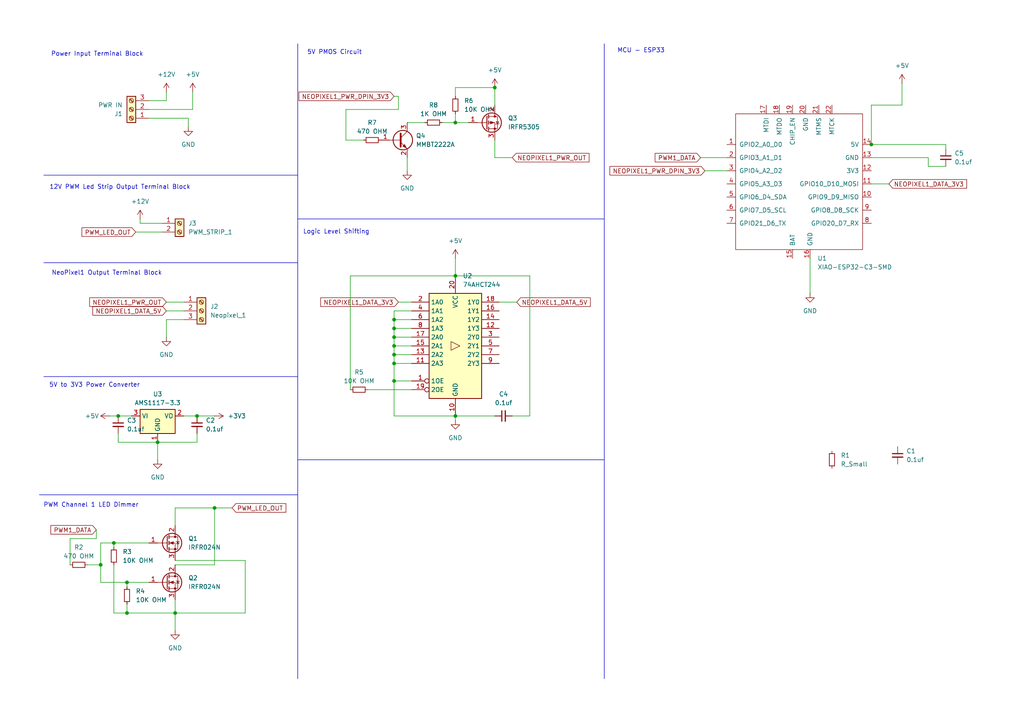
<source format=kicad_sch>
(kicad_sch (version 20250114) (generator "eeschema") (generator_version "9.0")
  (paper "A4")
  (lib_symbols
    (symbol "74xx:74AHCT244"
      (property "Reference" "U" (at -7.62 16.51 0))
      (property "Value" "74AHCT244" (at -7.62 -16.51 0))
      (symbol "74AHCT244_1_0"
        (polyline (pts (xy 1.27 0) (xy -1.27 1.27) (xy -1.27 -1.27) (xy 1.27 0)) (stroke (width 0.1524)))
        (pin input line (at -12.7 12.7 0) (length 5.08) (name "1A0") (number "2"))
        (pin input line (at -12.7 10.16 0) (length 5.08) (name "1A1") (number "4"))
        (pin input line (at -12.7 7.62 0) (length 5.08) (name "1A2") (number "6"))
        (pin input line (at -12.7 5.08 0) (length 5.08) (name "1A3") (number "8"))
        (pin input line (at -12.7 2.54 0) (length 5.08) (name "2A0") (number "17"))
        (pin input line (at -12.7 0 0) (length 5.08) (name "2A1") (number "15"))
        (pin input line (at -12.7 -2.54 0) (length 5.08) (name "2A2") (number "13"))
        (pin input line (at -12.7 -5.08 0) (length 5.08) (name "2A3") (number "11"))
        (pin input inverted (at -12.7 -10.16 0) (length 5.08) (name "1OE") (number "1"))
        (pin input inverted (at -12.7 -12.7 0) (length 5.08) (name "2OE") (number "19"))
        (pin power_in line (at 0 20.32 270) (length 5.08) (name "VCC") (number "20"))
        (pin power_in line (at 0 -20.32 90) (length 5.08) (name "GND") (number "10"))
        (pin tri_state line (at 12.7 12.7 180) (length 5.08) (name "1Y0") (number "18"))
        (pin tri_state line (at 12.7 10.16 180) (length 5.08) (name "1Y1") (number "16"))
        (pin tri_state line (at 12.7 7.62 180) (length 5.08) (name "1Y2") (number "14"))
        (pin tri_state line (at 12.7 5.08 180) (length 5.08) (name "1Y3") (number "12"))
        (pin tri_state line (at 12.7 2.54 180) (length 5.08) (name "2Y0") (number "3"))
        (pin tri_state line (at 12.7 0 180) (length 5.08) (name "2Y1") (number "5"))
        (pin tri_state line (at 12.7 -2.54 180) (length 5.08) (name "2Y2") (number "7"))
        (pin tri_state line (at 12.7 -5.08 180) (length 5.08) (name "2Y3") (number "9"))
      )
      (symbol "74AHCT244_1_1"
        (rectangle (start -7.62 15.24) (end 7.62 -15.24) (stroke (width 0.254)) (fill (type background)))
      )
    )
    (symbol "Connector:Screw_Terminal_01x02" (pin_names (offset 1.016) (hide yes))
      (property "Reference" "J" (at 0 2.54 0))
      (property "Value" "Screw_Terminal_01x02" (at 0 -5.08 0))
      (symbol "Screw_Terminal_01x02_1_1"
        (rectangle (start -1.27 1.27) (end 1.27 -3.81) (stroke (width 0.254)) (fill (type background)))
        (polyline (pts (xy -0.5334 0.3302) (xy 0.3302 -0.508)) (stroke (width 0.1524)))
        (polyline (pts (xy -0.5334 -2.2098) (xy 0.3302 -3.048)) (stroke (width 0.1524)))
        (polyline (pts (xy -0.3556 0.508) (xy 0.508 -0.3302)) (stroke (width 0.1524)))
        (polyline (pts (xy -0.3556 -2.032) (xy 0.508 -2.8702)) (stroke (width 0.1524)))
        (circle (center 0 0) (radius 0.635) (stroke (width 0.1524)))
        (circle (center 0 -2.54) (radius 0.635) (stroke (width 0.1524)))
        (pin passive line (at -5.08 0 0) (length 3.81) (name "Pin_1") (number "1"))
        (pin passive line (at -5.08 -2.54 0) (length 3.81) (name "Pin_2") (number "2"))
      )
    )
    (symbol "Connector:Screw_Terminal_01x03" (pin_names (offset 1.016) (hide yes))
      (property "Reference" "J" (at 0 5.08 0))
      (property "Value" "Screw_Terminal_01x03" (at 0 -5.08 0))
      (symbol "Screw_Terminal_01x03_1_1"
        (rectangle (start -1.27 3.81) (end 1.27 -3.81) (stroke (width 0.254)) (fill (type background)))
        (polyline (pts (xy -0.5334 2.8702) (xy 0.3302 2.032)) (stroke (width 0.1524)))
        (polyline (pts (xy -0.5334 0.3302) (xy 0.3302 -0.508)) (stroke (width 0.1524)))
        (polyline (pts (xy -0.5334 -2.2098) (xy 0.3302 -3.048)) (stroke (width 0.1524)))
        (polyline (pts (xy -0.3556 3.048) (xy 0.508 2.2098)) (stroke (width 0.1524)))
        (polyline (pts (xy -0.3556 0.508) (xy 0.508 -0.3302)) (stroke (width 0.1524)))
        (polyline (pts (xy -0.3556 -2.032) (xy 0.508 -2.8702)) (stroke (width 0.1524)))
        (circle (center 0 2.54) (radius 0.635) (stroke (width 0.1524)))
        (circle (center 0 0) (radius 0.635) (stroke (width 0.1524)))
        (circle (center 0 -2.54) (radius 0.635) (stroke (width 0.1524)))
        (pin passive line (at -5.08 2.54 0) (length 3.81) (name "Pin_1") (number "1"))
        (pin passive line (at -5.08 0 0) (length 3.81) (name "Pin_2") (number "2"))
        (pin passive line (at -5.08 -2.54 0) (length 3.81) (name "Pin_3") (number "3"))
      )
    )
    (symbol "Device:C_Small" (pin_numbers (hide yes)) (pin_names (offset 0.254) (hide yes))
      (property "Reference" "C" (at 0.254 1.778 0))
      (property "Value" "C_Small" (at 0.254 -2.032 0))
      (symbol "C_Small_0_1"
        (polyline (pts (xy -1.524 0.508) (xy 1.524 0.508)) (stroke (width 0.3048)))
        (polyline (pts (xy -1.524 -0.508) (xy 1.524 -0.508)) (stroke (width 0.3302)))
      )
      (symbol "C_Small_1_1"
        (pin passive line (at 0 2.54 270) (length 2.032) (name "~") (number "1"))
        (pin passive line (at 0 -2.54 90) (length 2.032) (name "~") (number "2"))
      )
    )
    (symbol "Device:R_Small" (pin_numbers (hide yes)) (pin_names (offset 0.254) (hide yes))
      (property "Reference" "R" (at 0.762 0.508 0))
      (property "Value" "R_Small" (at 0.762 -1.016 0))
      (symbol "R_Small_0_1"
        (rectangle (start -0.762 1.778) (end 0.762 -1.778) (stroke (width 0.2032)))
      )
      (symbol "R_Small_1_1"
        (pin passive line (at 0 2.54 270) (length 0.762) (name "~") (number "1"))
        (pin passive line (at 0 -2.54 90) (length 0.762) (name "~") (number "2"))
      )
    )
    (symbol "Regulator_Linear:AMS1117-3.3"
      (property "Reference" "U" (at -3.81 3.175 0))
      (property "Value" "AMS1117-3.3" (at 0 3.175 0))
      (symbol "AMS1117-3.3_0_1"
        (rectangle (start -5.08 -5.08) (end 5.08 1.905) (stroke (width 0.254)) (fill (type background)))
      )
      (symbol "AMS1117-3.3_1_1"
        (pin power_in line (at -7.62 0 0) (length 2.54) (name "VI") (number "3"))
        (pin power_in line (at 0 -7.62 90) (length 2.54) (name "GND") (number "1"))
        (pin power_out line (at 7.62 0 180) (length 2.54) (name "VO") (number "2"))
      )
    )
    (symbol "Seeed_Studio_XIAO_Series:XIAO-ESP32-C3-SMD" (pin_names (offset 1.016))
      (property "Reference" "U" (at -18.542 23.114 0))
      (property "Value" "XIAO-ESP32-C3-SMD" (at -8.382 21.336 0))
      (symbol "XIAO-ESP32-C3-SMD_0_1"
        (rectangle (start -19.05 20.32) (end 17.78 -19.05))
      )
      (symbol "XIAO-ESP32-C3-SMD_1_1"
        (pin passive line (at -21.59 11.43 0) (length 2.54) (name "GPIO2_A0_D0") (number "1"))
        (pin passive line (at -21.59 7.62 0) (length 2.54) (name "GPIO3_A1_D1") (number "2"))
        (pin passive line (at -21.59 3.81 0) (length 2.54) (name "GPIO4_A2_D2") (number "3"))
        (pin passive line (at -21.59 0 0) (length 2.54) (name "GPIO5_A3_D3") (number "4"))
        (pin passive line (at -21.59 -3.81 0) (length 2.54) (name "GPIO6_D4_SDA") (number "5"))
        (pin passive line (at -21.59 -7.62 0) (length 2.54) (name "GPIO7_D5_SCL") (number "6"))
        (pin passive line (at -21.59 -11.43 0) (length 2.54) (name "GPIO21_D6_TX") (number "7"))
        (pin passive line (at -10.16 22.86 270) (length 2.54) (name "MTDI") (number "17"))
        (pin passive line (at -6.35 22.86 270) (length 2.54) (name "MTDO") (number "18"))
        (pin passive line (at -2.54 22.86 270) (length 2.54) (name "CHIP_EN") (number "19"))
        (pin passive line (at -2.54 -21.59 90) (length 2.54) (name "BAT") (number "15"))
        (pin passive line (at 1.27 22.86 270) (length 2.54) (name "GND") (number "20"))
        (pin passive line (at 2.54 -21.59 90) (length 2.54) (name "GND") (number "16"))
        (pin passive line (at 5.08 22.86 270) (length 2.54) (name "MTMS") (number "21"))
        (pin passive line (at 8.89 22.86 270) (length 2.54) (name "MTCK") (number "22"))
        (pin passive line (at 20.32 11.43 180) (length 2.54) (name "5V") (number "14"))
        (pin passive line (at 20.32 7.62 180) (length 2.54) (name "GND") (number "13"))
        (pin passive line (at 20.32 3.81 180) (length 2.54) (name "3V3") (number "12"))
        (pin passive line (at 20.32 0 180) (length 2.54) (name "GPIO10_D10_MOSI") (number "11"))
        (pin passive line (at 20.32 -3.81 180) (length 2.54) (name "GPIO9_D9_MISO") (number "10"))
        (pin passive line (at 20.32 -7.62 180) (length 2.54) (name "GPIO8_D8_SCK") (number "9"))
        (pin passive line (at 20.32 -11.43 180) (length 2.54) (name "GPIO20_D7_RX") (number "8"))
      )
    )
    (symbol "Transistor_BJT:MMBT2222A" (pin_names (offset 0) (hide yes))
      (property "Reference" "Q" (at 5.08 1.905 0))
      (property "Value" "MMBT2222A" (at 5.08 0 0))
      (symbol "MMBT2222A_0_1"
        (polyline (pts (xy -2.54 0) (xy 0.635 0)))
        (polyline (pts (xy 0.635 1.905) (xy 0.635 -1.905)) (stroke (width 0.508)))
        (circle (center 1.27 0) (radius 2.8194) (stroke (width 0.254)))
      )
      (symbol "MMBT2222A_1_1"
        (polyline (pts (xy 0.635 0.635) (xy 2.54 2.54)))
        (polyline (pts (xy 0.635 -0.635) (xy 2.54 -2.54)))
        (polyline (pts (xy 1.27 -1.778) (xy 1.778 -1.27) (xy 2.286 -2.286) (xy 1.27 -1.778)) (fill (type outline)))
        (pin input line (at -5.08 0 0) (length 2.54) (name "B") (number "1"))
        (pin passive line (at 2.54 5.08 270) (length 2.54) (name "C") (number "3"))
        (pin passive line (at 2.54 -5.08 90) (length 2.54) (name "E") (number "2"))
      )
    )
    (symbol "Transistor_FET:IRFR024N" (pin_names (hide yes))
      (property "Reference" "Q" (at 5.08 1.905 0))
      (property "Value" "IRFR024N" (at 5.08 0 0))
      (symbol "IRFR024N_0_1"
        (polyline (pts (xy 0.254 1.905) (xy 0.254 -1.905)) (stroke (width 0.254)))
        (polyline (pts (xy 0.254 0) (xy -2.54 0)))
        (polyline (pts (xy 0.762 2.286) (xy 0.762 1.27)) (stroke (width 0.254)))
        (polyline (pts (xy 0.762 0.508) (xy 0.762 -0.508)) (stroke (width 0.254)))
        (polyline (pts (xy 0.762 -1.27) (xy 0.762 -2.286)) (stroke (width 0.254)))
        (polyline (pts (xy 0.762 -1.778) (xy 3.302 -1.778) (xy 3.302 1.778) (xy 0.762 1.778)))
        (polyline (pts (xy 1.016 0) (xy 2.032 0.381) (xy 2.032 -0.381) (xy 1.016 0)) (fill (type outline)))
        (circle (center 1.651 0) (radius 2.794) (stroke (width 0.254)))
        (polyline (pts (xy 2.54 2.54) (xy 2.54 1.778)))
        (circle (center 2.54 1.778) (radius 0.254) (fill (type outline)))
        (circle (center 2.54 -1.778) (radius 0.254) (fill (type outline)))
        (polyline (pts (xy 2.54 -2.54) (xy 2.54 0) (xy 0.762 0)))
        (polyline (pts (xy 2.794 0.508) (xy 2.921 0.381) (xy 3.683 0.381) (xy 3.81 0.254)))
        (polyline (pts (xy 3.302 0.381) (xy 2.921 -0.254) (xy 3.683 -0.254) (xy 3.302 0.381)))
      )
      (symbol "IRFR024N_1_1"
        (pin input line (at -5.08 0 0) (length 2.54) (name "G") (number "1"))
        (pin passive line (at 2.54 5.08 270) (length 2.54) (name "D") (number "2"))
        (pin passive line (at 2.54 -5.08 90) (length 2.54) (name "S") (number "3"))
      )
    )
    (symbol "Transistor_FET:IRFR5305" (pin_names (hide yes))
      (property "Reference" "Q" (at 5.08 1.905 0))
      (property "Value" "IRFR5305" (at 5.08 0 0))
      (symbol "IRFR5305_0_1"
        (polyline (pts (xy 0.254 1.905) (xy 0.254 -1.905)) (stroke (width 0.254)))
        (polyline (pts (xy 0.254 0) (xy -2.54 0)))
        (polyline (pts (xy 0.762 2.286) (xy 0.762 1.27)) (stroke (width 0.254)))
        (polyline (pts (xy 0.762 1.778) (xy 3.302 1.778) (xy 3.302 -1.778) (xy 0.762 -1.778)))
        (polyline (pts (xy 0.762 0.508) (xy 0.762 -0.508)) (stroke (width 0.254)))
        (polyline (pts (xy 0.762 -1.27) (xy 0.762 -2.286)) (stroke (width 0.254)))
        (circle (center 1.651 0) (radius 2.794) (stroke (width 0.254)))
        (polyline (pts (xy 2.286 0) (xy 1.27 0.381) (xy 1.27 -0.381) (xy 2.286 0)) (fill (type outline)))
        (polyline (pts (xy 2.54 2.54) (xy 2.54 1.778)))
        (circle (center 2.54 1.778) (radius 0.254) (fill (type outline)))
        (circle (center 2.54 -1.778) (radius 0.254) (fill (type outline)))
        (polyline (pts (xy 2.54 -2.54) (xy 2.54 0) (xy 0.762 0)))
        (polyline (pts (xy 2.794 -0.508) (xy 2.921 -0.381) (xy 3.683 -0.381) (xy 3.81 -0.254)))
        (polyline (pts (xy 3.302 -0.381) (xy 2.921 0.254) (xy 3.683 0.254) (xy 3.302 -0.381)))
      )
      (symbol "IRFR5305_1_1"
        (pin input line (at -5.08 0 0) (length 2.54) (name "G") (number "1"))
        (pin passive line (at 2.54 5.08 270) (length 2.54) (name "D") (number "2"))
        (pin passive line (at 2.54 -5.08 90) (length 2.54) (name "S") (number "3"))
      )
    )
    (symbol "power:+12V" (power) (pin_numbers (hide yes)) (pin_names (offset 0) (hide yes))
      (property "Value" "+12V" (at 0 3.556 0))
      (symbol "+12V_0_1"
        (polyline (pts (xy -0.762 1.27) (xy 0 2.54)))
        (polyline (pts (xy 0 2.54) (xy 0.762 1.27)))
        (polyline (pts (xy 0 0) (xy 0 2.54)))
      )
      (symbol "+12V_1_1"
        (pin power_in line (at 0 0 90) (length 0) (name "~") (number "1"))
      )
    )
    (symbol "power:+3V3" (power) (pin_numbers (hide yes)) (pin_names (offset 0) (hide yes))
      (property "Value" "+3V3" (at 0 3.556 0))
      (symbol "+3V3_0_1"
        (polyline (pts (xy -0.762 1.27) (xy 0 2.54)))
        (polyline (pts (xy 0 2.54) (xy 0.762 1.27)))
        (polyline (pts (xy 0 0) (xy 0 2.54)))
      )
      (symbol "+3V3_1_1"
        (pin power_in line (at 0 0 90) (length 0) (name "~") (number "1"))
      )
    )
    (symbol "power:+5V" (power) (pin_numbers (hide yes)) (pin_names (offset 0) (hide yes))
      (property "Value" "+5V" (at 0 3.556 0))
      (symbol "+5V_0_1"
        (polyline (pts (xy -0.762 1.27) (xy 0 2.54)))
        (polyline (pts (xy 0 2.54) (xy 0.762 1.27)))
        (polyline (pts (xy 0 0) (xy 0 2.54)))
      )
      (symbol "+5V_1_1"
        (pin power_in line (at 0 0 90) (length 0) (name "~") (number "1"))
      )
    )
    (symbol "power:GND" (power) (pin_numbers (hide yes)) (pin_names (offset 0) (hide yes))
      (property "Value" "GND" (at 0 -3.81 0))
      (symbol "GND_0_1"
        (polyline (pts (xy 0 0) (xy 0 -1.27) (xy 1.27 -1.27) (xy 0 -2.54) (xy -1.27 -1.27) (xy 0 -1.27)))
      )
      (symbol "GND_1_1"
        (pin power_in line (at 0 0 270) (length 0) (name "~") (number "1"))
      )
    )
  )
  (text "MCU - ESP33" (at 185.928 14.732 0) (effects (font (size 1.27 1.27))))
  (text "5V PMOS Circuit" (at 97.028 15.24 0) (effects (font (size 1.27 1.27))))
  (text "12V PWM Led Strip Output Terminal Block" (at 34.798 54.356 0) (effects (font (size 1.27 1.27))))
  (text "PWM Channel 1 LED Dimmer" (at 26.416 146.558 0) (effects (font (size 1.27 1.27))))
  (text "Logic Level Shifting" (at 97.536 67.31 0) (effects (font (size 1.27 1.27))))
  (text "5V to 3V3 Power Converter" (at 27.432 111.76 0) (effects (font (size 1.27 1.27))))
  (text "NeoPixel1 Output Terminal Block" (at 30.988 79.248 0) (effects (font (size 1.27 1.27))))
  (text "Power Input Terminal Block" (at 28.194 15.748 0) (effects (font (size 1.27 1.27))))
  (junction (at 252.73 41.91))
  (junction (at 114.3 97.79))
  (junction (at 57.15 120.65))
  (junction (at 132.08 80.01))
  (junction (at 114.3 92.71))
  (junction (at 132.08 120.65))
  (junction (at 29.21 163.83))
  (junction (at 114.3 95.25))
  (junction (at 36.83 177.8))
  (junction (at 34.29 120.65))
  (junction (at 143.51 25.4))
  (junction (at 33.02 157.48))
  (junction (at 36.83 168.91))
  (junction (at 114.3 110.49))
  (junction (at 114.3 100.33))
  (junction (at 50.8 177.8))
  (junction (at 114.3 105.41))
  (junction (at 132.08 35.56))
  (junction (at 45.72 128.27))
  (junction (at 62.23 147.32))
  (junction (at 114.3 102.87))
  (wire (pts (xy 57.15 125.73) (xy 57.15 128.27)))
  (wire (pts (xy 114.3 120.65) (xy 132.08 120.65)))
  (wire (pts (xy 114.3 105.41) (xy 119.38 105.41)))
  (wire (pts (xy 261.62 30.48) (xy 261.62 24.13)))
  (wire (pts (xy 252.73 30.48) (xy 261.62 30.48)))
  (wire (pts (xy 132.08 120.65) (xy 143.51 120.65)))
  (wire (pts (xy 53.34 92.71) (xy 48.26 92.71)))
  (wire (pts (xy 252.73 41.91) (xy 252.73 30.48)))
  (wire (pts (xy 40.64 63.5) (xy 40.64 64.77)))
  (wire (pts (xy 252.73 53.34) (xy 257.81 53.34)))
  (polyline (pts (xy 11.43 143.51) (xy 86.36 143.51)))
  (wire (pts (xy 33.02 177.8) (xy 36.83 177.8)))
  (wire (pts (xy 269.24 45.72) (xy 269.24 48.26)))
  (polyline (pts (xy 12.7 50.8) (xy 86.36 50.8)))
  (wire (pts (xy 203.2 45.72) (xy 210.82 45.72)))
  (wire (pts (xy 132.08 74.93) (xy 132.08 80.01)))
  (wire (pts (xy 114.3 102.87) (xy 119.38 102.87)))
  (wire (pts (xy 115.57 87.63) (xy 119.38 87.63)))
  (wire (pts (xy 57.15 120.65) (xy 53.34 120.65)))
  (wire (pts (xy 114.3 90.17) (xy 119.38 90.17)))
  (wire (pts (xy 43.18 31.75) (xy 55.88 31.75)))
  (wire (pts (xy 118.11 35.56) (xy 123.19 35.56)))
  (wire (pts (xy 234.95 74.93) (xy 234.95 85.09)))
  (wire (pts (xy 132.08 35.56) (xy 135.89 35.56)))
  (wire (pts (xy 114.3 97.79) (xy 114.3 100.33)))
  (wire (pts (xy 100.33 40.64) (xy 100.33 31.75)))
  (wire (pts (xy 36.83 170.18) (xy 36.83 168.91)))
  (wire (pts (xy 57.15 128.27) (xy 45.72 128.27)))
  (wire (pts (xy 252.73 45.72) (xy 269.24 45.72)))
  (wire (pts (xy 50.8 147.32) (xy 62.23 147.32)))
  (wire (pts (xy 62.23 147.32) (xy 67.31 147.32)))
  (wire (pts (xy 39.37 67.31) (xy 46.99 67.31)))
  (wire (pts (xy 132.08 33.02) (xy 132.08 35.56)))
  (wire (pts (xy 50.8 163.83) (xy 62.23 163.83)))
  (wire (pts (xy 269.24 48.26) (xy 274.32 48.26)))
  (polyline (pts (xy 86.36 12.7) (xy 86.36 196.85)))
  (wire (pts (xy 45.72 128.27) (xy 45.72 133.35)))
  (wire (pts (xy 153.67 120.65) (xy 153.67 80.01)))
  (wire (pts (xy 132.08 120.65) (xy 132.08 121.92)))
  (wire (pts (xy 143.51 45.72) (xy 143.51 40.64)))
  (wire (pts (xy 114.3 102.87) (xy 114.3 105.41)))
  (wire (pts (xy 132.08 27.94) (xy 132.08 25.4)))
  (wire (pts (xy 100.33 31.75) (xy 115.57 31.75)))
  (polyline (pts (xy 86.36 63.5) (xy 175.26 63.5)))
  (wire (pts (xy 114.3 110.49) (xy 119.38 110.49)))
  (wire (pts (xy 114.3 100.33) (xy 119.38 100.33)))
  (wire (pts (xy 34.29 125.73) (xy 34.29 128.27)))
  (wire (pts (xy 55.88 26.67) (xy 55.88 31.75)))
  (wire (pts (xy 128.27 35.56) (xy 132.08 35.56)))
  (wire (pts (xy 48.26 92.71) (xy 48.26 97.79)))
  (wire (pts (xy 50.8 162.56) (xy 71.12 162.56)))
  (wire (pts (xy 153.67 80.01) (xy 132.08 80.01)))
  (wire (pts (xy 43.18 34.29) (xy 54.61 34.29)))
  (wire (pts (xy 114.3 105.41) (xy 114.3 110.49)))
  (wire (pts (xy 33.02 157.48) (xy 43.18 157.48)))
  (wire (pts (xy 118.11 49.53) (xy 118.11 45.72)))
  (wire (pts (xy 148.59 120.65) (xy 153.67 120.65)))
  (wire (pts (xy 48.26 26.67) (xy 48.26 29.21)))
  (wire (pts (xy 25.4 163.83) (xy 29.21 163.83)))
  (wire (pts (xy 114.3 110.49) (xy 114.3 120.65)))
  (wire (pts (xy 46.99 64.77) (xy 40.64 64.77)))
  (wire (pts (xy 33.02 163.83) (xy 33.02 177.8)))
  (wire (pts (xy 252.73 41.91) (xy 274.32 41.91)))
  (wire (pts (xy 36.83 177.8) (xy 50.8 177.8)))
  (wire (pts (xy 29.21 163.83) (xy 29.21 168.91)))
  (wire (pts (xy 36.83 168.91) (xy 43.18 168.91)))
  (wire (pts (xy 115.57 31.75) (xy 115.57 27.94)))
  (wire (pts (xy 29.21 163.83) (xy 29.21 157.48)))
  (wire (pts (xy 54.61 34.29) (xy 54.61 36.83)))
  (wire (pts (xy 50.8 177.8) (xy 71.12 177.8)))
  (wire (pts (xy 100.33 40.64) (xy 105.41 40.64)))
  (wire (pts (xy 101.6 80.01) (xy 132.08 80.01)))
  (polyline (pts (xy 86.36 133.35) (xy 175.26 133.35)))
  (polyline (pts (xy 12.7 76.2) (xy 86.36 76.2)))
  (wire (pts (xy 114.3 97.79) (xy 119.38 97.79)))
  (wire (pts (xy 27.94 156.21) (xy 27.94 153.67)))
  (wire (pts (xy 274.32 41.91) (xy 274.32 43.18)))
  (wire (pts (xy 144.78 87.63) (xy 149.86 87.63)))
  (wire (pts (xy 34.29 128.27) (xy 45.72 128.27)))
  (wire (pts (xy 48.26 87.63) (xy 53.34 87.63)))
  (wire (pts (xy 48.26 90.17) (xy 53.34 90.17)))
  (wire (pts (xy 114.3 100.33) (xy 114.3 102.87)))
  (wire (pts (xy 62.23 163.83) (xy 62.23 147.32)))
  (wire (pts (xy 50.8 173.99) (xy 50.8 177.8)))
  (wire (pts (xy 114.3 95.25) (xy 119.38 95.25)))
  (wire (pts (xy 20.32 163.83) (xy 20.32 156.21)))
  (wire (pts (xy 114.3 90.17) (xy 114.3 92.71)))
  (polyline (pts (xy 175.26 12.7) (xy 175.26 196.85)))
  (wire (pts (xy 29.21 168.91) (xy 36.83 168.91)))
  (wire (pts (xy 34.29 120.65) (xy 38.1 120.65)))
  (wire (pts (xy 31.75 120.65) (xy 34.29 120.65)))
  (wire (pts (xy 143.51 25.4) (xy 143.51 30.48)))
  (wire (pts (xy 204.47 49.53) (xy 210.82 49.53)))
  (wire (pts (xy 20.32 156.21) (xy 27.94 156.21)))
  (wire (pts (xy 50.8 152.4) (xy 50.8 147.32)))
  (wire (pts (xy 36.83 175.26) (xy 36.83 177.8)))
  (wire (pts (xy 114.3 92.71) (xy 114.3 95.25)))
  (wire (pts (xy 114.3 27.94) (xy 115.57 27.94)))
  (wire (pts (xy 71.12 162.56) (xy 71.12 177.8)))
  (wire (pts (xy 114.3 92.71) (xy 119.38 92.71)))
  (wire (pts (xy 132.08 25.4) (xy 143.51 25.4)))
  (polyline (pts (xy 12.7 109.22) (xy 86.36 109.22)))
  (wire (pts (xy 29.21 157.48) (xy 33.02 157.48)))
  (wire (pts (xy 114.3 95.25) (xy 114.3 97.79)))
  (wire (pts (xy 62.23 120.65) (xy 57.15 120.65)))
  (wire (pts (xy 148.59 45.72) (xy 143.51 45.72)))
  (wire (pts (xy 106.68 113.03) (xy 119.38 113.03)))
  (wire (pts (xy 33.02 158.75) (xy 33.02 157.48)))
  (wire (pts (xy 101.6 113.03) (xy 101.6 80.01)))
  (wire (pts (xy 43.18 29.21) (xy 48.26 29.21)))
  (wire (pts (xy 50.8 177.8) (xy 50.8 182.88)))
  (global_label "PWM_LED_OUT" (shape input) (at 39.37 67.31 180) (property "Intersheetrefs" "${INTERSHEET_REFS}" (effects (hide yes))))
  (global_label "NEOPIXEL1_DATA_5V" (shape input) (at 149.86 87.63 0) (property "Intersheetrefs" "${INTERSHEET_REFS}" (effects (hide yes))))
  (global_label "PWM1_DATA" (shape input) (at 27.94 153.67 180) (property "Intersheetrefs" "${INTERSHEET_REFS}" (effects (hide yes))))
  (global_label "NEOPIXEL1_PWR_OUT" (shape input) (at 48.26 87.63 180) (property "Intersheetrefs" "${INTERSHEET_REFS}" (effects (hide yes))))
  (global_label "NEOPIXEL1_PWR_DPIN_3V3" (shape input) (at 114.3 27.94 180) (property "Intersheetrefs" "${INTERSHEET_REFS}" (effects (hide yes))))
  (global_label "NEOPIXEL1_DATA_5V" (shape input) (at 48.26 90.17 180) (property "Intersheetrefs" "${INTERSHEET_REFS}" (effects (hide yes))))
  (global_label "PWM1_DATA" (shape input) (at 203.2 45.72 180) (property "Intersheetrefs" "${INTERSHEET_REFS}" (effects (hide yes))))
  (global_label "NEOPIXEL1_DATA_3V3" (shape input) (at 115.57 87.63 180) (property "Intersheetrefs" "${INTERSHEET_REFS}" (effects (hide yes))))
  (global_label "NEOPIXEL1_DATA_3V3" (shape input) (at 257.81 53.34 0) (property "Intersheetrefs" "${INTERSHEET_REFS}" (effects (hide yes))))
  (global_label "NEOPIXEL1_PWR_DPIN_3V3" (shape input) (at 204.47 49.53 180) (property "Intersheetrefs" "${INTERSHEET_REFS}" (effects (hide yes))))
  (global_label "NEOPIXEL1_PWR_OUT" (shape input) (at 148.59 45.72 0) (property "Intersheetrefs" "${INTERSHEET_REFS}" (effects (hide yes))))
  (global_label "PWM_LED_OUT" (shape input) (at 67.31 147.32 0) (property "Intersheetrefs" "${INTERSHEET_REFS}" (effects (hide yes))))
  (symbol (lib_id "power:GND") (at 234.95 85.09 0) (unit 1)
    (property "Reference" "#PWR014" (effects (hide yes)))
    (property "Value" "GND" (at 234.95 90.17 0))
    (property "Description" "Power symbol creates a global label with name \"GND\" , ground" (effects (hide yes)))
  )
  (symbol (lib_id "power:GND") (at 118.11 49.53 0) (unit 1)
    (property "Reference" "#PWR013" (effects (hide yes)))
    (property "Value" "GND" (at 118.11 54.61 0))
    (property "Description" "Power symbol creates a global label with name \"GND\" , ground" (effects (hide yes)))
  )
  (symbol (lib_id "power:+5V") (at 143.51 25.4 0) (unit 1)
    (property "Reference" "#PWR012" (effects (hide yes)))
    (property "Value" "+5V" (at 143.51 20.32 0))
    (property "Description" "Power symbol creates a global label with name \"+5V\"" (effects (hide yes)))
  )
  (symbol (lib_id "Transistor_BJT:MMBT2222A") (at 115.57 40.64 0) (unit 1)
    (property "Reference" "Q4" (at 120.65 39.3699 0) (effects (justify left)))
    (property "Value" "MMBT2222A" (at 120.65 41.9099 0) (effects (justify left)))
    (property "Footprint" "Package_TO_SOT_SMD:SOT-23" (effects (hide yes)))
    (property "Datasheet" "https://assets.nexperia.com/documents/data-sheet/MMBT2222A.pdf" (effects (hide yes)))
    (property "Description" "600mA Ic, 40V Vce, NPN Transistor, SOT-23" (effects (hide yes)))
  )
  (symbol (lib_id "power:+5V") (at 261.62 24.13 0) (unit 1)
    (property "Reference" "#PWR015" (effects (hide yes)))
    (property "Value" "+5V" (at 261.62 19.05 0))
    (property "Description" "Power symbol creates a global label with name \"+5V\"" (effects (hide yes)))
  )
  (symbol (lib_id "Device:R_Small") (at 104.14 113.03 90) (unit 1)
    (property "Reference" "R5" (at 104.14 107.95 90))
    (property "Value" "10K OHM" (at 104.14 110.49 90))
    (property "Footprint" "Resistor_SMD:R_1206_3216Metric_Pad1.30x1.75mm_HandSolder" (effects (hide yes)))
    (property "Description" "Resistor, small symbol" (effects (hide yes)))
  )
  (symbol (lib_id "power:GND") (at 132.08 121.92 0) (unit 1)
    (property "Reference" "#PWR010" (effects (hide yes)))
    (property "Value" "GND" (at 132.08 127 0))
    (property "Description" "Power symbol creates a global label with name \"GND\" , ground" (effects (hide yes)))
  )
  (symbol (lib_id "power:GND") (at 48.26 97.79 0) (unit 1)
    (property "Reference" "#PWR08" (effects (hide yes)))
    (property "Value" "GND" (at 48.26 102.87 0))
    (property "Description" "Power symbol creates a global label with name \"GND\" , ground" (effects (hide yes)))
  )
  (symbol (lib_id "power:+12V") (at 40.64 63.5 0) (unit 1)
    (property "Reference" "#PWR07" (effects (hide yes)))
    (property "Value" "+12V" (at 40.64 58.42 0))
    (property "Description" "Power symbol creates a global label with name \"+12V\"" (effects (hide yes)))
  )
  (symbol (lib_id "Transistor_FET:IRFR024N") (at 48.26 157.48 0) (unit 1)
    (property "Reference" "Q1" (at 54.61 156.2099 0) (effects (justify left)))
    (property "Value" "IRFR024N" (at 54.61 158.7499 0) (effects (justify left)))
    (property "Footprint" "Package_TO_SOT_SMD:TO-252-2" (effects (hide yes)))
    (property "Datasheet" "https://evelta.com/content/datasheets/066-IRFR024NTRPBF.pdf" (effects (hide yes)))
    (property "Description" "33A Id, 100V Vds, HEXFET N-Channel MOSFET, TO-220" (effects (hide yes)))
  )
  (symbol (lib_id "Regulator_Linear:AMS1117-3.3") (at 45.72 120.65 0) (unit 1)
    (property "Reference" "U3" (at 45.72 114.3 0))
    (property "Value" "AMS1117-3.3" (at 45.72 116.84 0))
    (property "Footprint" "Package_TO_SOT_SMD:SOT-223-3_TabPin2" (effects (hide yes)))
    (property "Datasheet" "http://www.advanced-monolithic.com/pdf/ds1117.pdf" (effects (hide yes)))
    (property "Description" "1A Low Dropout regulator, positive, 3.3V fixed output, SOT-223" (effects (hide yes)))
  )
  (symbol (lib_id "Device:C_Small") (at 57.15 123.19 0) (unit 1)
    (property "Reference" "C2" (at 59.69 121.9262 0) (effects (justify left)))
    (property "Value" "0.1uf" (at 59.69 124.4662 0) (effects (justify left)))
    (property "Footprint" "Capacitor_SMD:C_1206_3216Metric_Pad1.33x1.80mm_HandSolder" (effects (hide yes)))
    (property "Description" "Unpolarized capacitor, small symbol" (effects (hide yes)))
  )
  (symbol (lib_id "Device:C_Small") (at 34.29 123.19 0) (unit 1)
    (property "Reference" "C3" (at 36.83 121.9262 0) (effects (justify left)))
    (property "Value" "0.1uf" (at 36.83 124.4662 0) (effects (justify left)))
    (property "Footprint" "Capacitor_SMD:C_1206_3216Metric_Pad1.33x1.80mm_HandSolder" (effects (hide yes)))
    (property "Description" "Unpolarized capacitor, small symbol" (effects (hide yes)))
  )
  (symbol (lib_id "power:+3V3") (at 62.23 120.65 270) (unit 1)
    (property "Reference" "#PWR03" (effects (hide yes)))
    (property "Value" "+3V3" (at 66.04 120.6499 90) (effects (justify left)))
    (property "Description" "Power symbol creates a global label with name \"+3V3\"" (effects (hide yes)))
  )
  (symbol (lib_id "Transistor_FET:IRFR024N") (at 48.26 168.91 0) (unit 1)
    (property "Reference" "Q2" (at 54.61 167.6399 0) (effects (justify left)))
    (property "Value" "IRFR024N" (at 54.61 170.1799 0) (effects (justify left)))
    (property "Footprint" "Package_TO_SOT_SMD:TO-252-2" (effects (hide yes)))
    (property "Datasheet" "https://evelta.com/content/datasheets/066-IRFR024NTRPBF.pdf" (effects (hide yes)))
    (property "Description" "33A Id, 100V Vds, HEXFET N-Channel MOSFET, TO-220" (effects (hide yes)))
  )
  (symbol (lib_id "Device:R_Small") (at 107.95 40.64 270) (unit 1)
    (property "Reference" "R7" (at 107.95 35.56 90))
    (property "Value" "470 OHM" (at 107.95 38.1 90))
    (property "Footprint" "Resistor_SMD:R_1206_3216Metric_Pad1.30x1.75mm_HandSolder" (effects (hide yes)))
    (property "Description" "Resistor, small symbol" (effects (hide yes)))
  )
  (symbol (lib_id "power:GND") (at 50.8 182.88 0) (unit 1)
    (property "Reference" "#PWR09" (effects (hide yes)))
    (property "Value" "GND" (at 50.8 187.96 0))
    (property "Description" "Power symbol creates a global label with name \"GND\" , ground" (effects (hide yes)))
  )
  (symbol (lib_id "power:GND") (at 54.61 36.83 0) (unit 1)
    (property "Reference" "#PWR06" (effects (hide yes)))
    (property "Value" "GND" (at 54.61 41.91 0))
    (property "Description" "Power symbol creates a global label with name \"GND\" , ground" (effects (hide yes)))
  )
  (symbol (lib_id "power:+5V") (at 55.88 26.67 0) (unit 1)
    (property "Reference" "#PWR04" (effects (hide yes)))
    (property "Value" "+5V" (at 55.88 21.59 0))
    (property "Description" "Power symbol creates a global label with name \"+5V\"" (effects (hide yes)))
  )
  (symbol (lib_id "Device:R_Small") (at 22.86 163.83 270) (unit 1)
    (property "Reference" "R2" (at 22.86 158.75 90))
    (property "Value" "470 OHM" (at 22.86 161.29 90))
    (property "Footprint" "Resistor_SMD:R_1206_3216Metric_Pad1.30x1.75mm_HandSolder" (effects (hide yes)))
    (property "Description" "Resistor, small symbol" (effects (hide yes)))
  )
  (symbol (lib_id "Connector:Screw_Terminal_01x02") (at 52.07 64.77 0) (unit 1)
    (property "Reference" "J3" (at 54.61 64.7699 0) (effects (justify left)))
    (property "Value" "PWM_STRIP_1" (at 54.61 67.3099 0) (effects (justify left)))
    (property "Footprint" "Connector_Phoenix_MSTB:PhoenixContact_MSTBVA_2,5_2-G-5,08_1x02_P5.08mm_Vertical" (effects (hide yes)))
    (property "Description" "Generic screw terminal, single row, 01x02, script generated (kicad-library-utils/schlib/autogen/connector/)" (effects (hide yes)))
  )
  (symbol (lib_id "power:+5V") (at 31.75 120.65 90) (unit 1)
    (property "Reference" "#PWR02" (effects (hide yes)))
    (property "Value" "+5V" (at 26.67 120.65 90))
    (property "Description" "Power symbol creates a global label with name \"+5V\"" (effects (hide yes)))
  )
  (symbol (lib_id "74xx:74AHCT244") (at 132.08 100.33 0) (unit 1)
    (property "Reference" "U2" (at 134.2233 80.01 0) (effects (justify left)))
    (property "Value" "74AHCT244" (at 134.2233 82.55 0) (effects (justify left)))
    (property "Footprint" "Package_SO:Infineon_SOIC-20W_7.6x12.8mm_P1.27mm" (effects (hide yes)))
    (property "Datasheet" "https://assets.nexperia.com/documents/data-sheet/74AHC_AHCT244.pdf" (effects (hide yes)))
    (property "Description" "8-bit Buffer/Line Driver 3-state" (effects (hide yes)))
  )
  (symbol (lib_id "Device:R_Small") (at 132.08 30.48 180) (unit 1)
    (property "Reference" "R6" (at 134.62 29.2099 0) (effects (justify right)))
    (property "Value" "10K OHM" (at 134.62 31.7499 0) (effects (justify right)))
    (property "Footprint" "Resistor_SMD:R_1206_3216Metric_Pad1.30x1.75mm_HandSolder" (effects (hide yes)))
    (property "Description" "Resistor, small symbol" (effects (hide yes)))
  )
  (symbol (lib_id "Connector:Screw_Terminal_01x03") (at 58.42 90.17 0) (unit 1)
    (property "Reference" "J2" (at 60.96 88.8999 0) (effects (justify left)))
    (property "Value" "Neopixel_1" (at 60.96 91.4399 0) (effects (justify left)))
    (property "Footprint" "Connector_Phoenix_MSTB:PhoenixContact_MSTBVA_2,5_3-G-5,08_1x03_P5.08mm_Vertical" (effects (hide yes)))
    (property "Description" "Generic screw terminal, single row, 01x03, script generated (kicad-library-utils/schlib/autogen/connector/)" (effects (hide yes)))
  )
  (symbol (lib_id "Device:C_Small") (at 274.32 45.72 0) (unit 1)
    (property "Reference" "C5" (at 276.86 44.4562 0) (effects (justify left)))
    (property "Value" "0.1uf" (at 276.86 46.9962 0) (effects (justify left)))
    (property "Footprint" "Capacitor_SMD:C_1206_3216Metric_Pad1.33x1.80mm_HandSolder" (effects (hide yes)))
    (property "Description" "Unpolarized capacitor, small symbol" (effects (hide yes)))
  )
  (symbol (lib_id "Device:R_Small") (at 241.3 133.35 0) (unit 1)
    (property "Reference" "R1" (at 243.84 132.0799 0) (effects (justify left)))
    (property "Value" "R_Small" (at 243.84 134.6199 0) (effects (justify left)))
    (property "Footprint" "Resistor_SMD:R_1206_3216Metric_Pad1.30x1.75mm_HandSolder" (effects (hide yes)))
    (property "Description" "Resistor, small symbol" (effects (hide yes)))
  )
  (symbol (lib_id "power:+5V") (at 132.08 74.93 0) (unit 1)
    (property "Reference" "#PWR011" (effects (hide yes)))
    (property "Value" "+5V" (at 132.08 69.85 0))
    (property "Description" "Power symbol creates a global label with name \"+5V\"" (effects (hide yes)))
  )
  (symbol (lib_id "Device:C_Small") (at 260.35 132.08 0) (unit 1)
    (property "Reference" "C1" (at 262.89 130.8162 0) (effects (justify left)))
    (property "Value" "0.1uf" (at 262.89 133.3562 0) (effects (justify left)))
    (property "Footprint" "Capacitor_SMD:C_1206_3216Metric_Pad1.33x1.80mm_HandSolder" (effects (hide yes)))
    (property "Description" "Unpolarized capacitor, small symbol" (effects (hide yes)))
  )
  (symbol (lib_id "Device:C_Small") (at 146.05 120.65 90) (unit 1)
    (property "Reference" "C4" (at 146.0563 114.3 90))
    (property "Value" "0.1uf" (at 146.0563 116.84 90))
    (property "Footprint" "Capacitor_SMD:C_1206_3216Metric_Pad1.33x1.80mm_HandSolder" (effects (hide yes)))
    (property "Description" "Unpolarized capacitor, small symbol" (effects (hide yes)))
  )
  (symbol (lib_id "Device:R_Small") (at 36.83 172.72 0) (unit 1)
    (property "Reference" "R4" (at 39.37 171.4499 0) (effects (justify left)))
    (property "Value" "10K OHM" (at 39.37 173.9899 0) (effects (justify left)))
    (property "Footprint" "Resistor_SMD:R_1206_3216Metric_Pad1.30x1.75mm_HandSolder" (effects (hide yes)))
    (property "Description" "Resistor, small symbol" (effects (hide yes)))
  )
  (symbol (lib_id "Seeed_Studio_XIAO_Series:XIAO-ESP32-C3-SMD") (at 232.41 53.34 0) (unit 1)
    (property "Reference" "U1" (at 237.0933 74.93 0) (effects (justify left)))
    (property "Value" "XIAO-ESP32-C3-SMD" (at 237.0933 77.47 0) (effects (justify left)))
    (property "Footprint" "Seeed Studio XIAO Series Library:XIAO-ESP32C3-DIP" (effects (hide yes)))
  )
  (symbol (lib_id "Device:R_Small") (at 125.73 35.56 270) (unit 1)
    (property "Reference" "R8" (at 125.73 30.48 90))
    (property "Value" "1K OHM" (at 125.73 33.02 90))
    (property "Footprint" "Resistor_SMD:R_1206_3216Metric_Pad1.30x1.75mm_HandSolder" (effects (hide yes)))
    (property "Description" "Resistor, small symbol" (effects (hide yes)))
  )
  (symbol (lib_id "power:+12V") (at 48.26 26.67 0) (unit 1)
    (property "Reference" "#PWR05" (effects (hide yes)))
    (property "Value" "+12V" (at 48.26 21.59 0))
    (property "Description" "Power symbol creates a global label with name \"+12V\"" (effects (hide yes)))
  )
  (symbol (lib_id "Transistor_FET:IRFR5305") (at 140.97 35.56 0) (unit 1)
    (property "Reference" "Q3" (at 147.32 34.2899 0) (effects (justify left)))
    (property "Value" "IRFR5305" (at 147.32 36.8299 0) (effects (justify left)))
    (property "Footprint" "Package_TO_SOT_SMD:TO-252-2" (effects (hide yes)))
    (property "Datasheet" "https://evelta.com/content/datasheets/066-IRFR5305TRPBF.pdf" (effects (hide yes)))
    (property "Description" "-31A Id, -55V Vds, 65mOhm Rds, P-Channel HEXFET Power MOSFET, TO-252" (effects (hide yes)))
  )
  (symbol (lib_id "Device:R_Small") (at 33.02 161.29 180) (unit 1)
    (property "Reference" "R3" (at 35.56 160.0199 0) (effects (justify right)))
    (property "Value" "10K OHM" (at 35.56 162.5599 0) (effects (justify right)))
    (property "Footprint" "Resistor_SMD:R_1206_3216Metric_Pad1.30x1.75mm_HandSolder" (effects (hide yes)))
    (property "Description" "Resistor, small symbol" (effects (hide yes)))
  )
  (symbol (lib_id "power:GND") (at 45.72 133.35 0) (unit 1)
    (property "Reference" "#PWR01" (effects (hide yes)))
    (property "Value" "GND" (at 45.72 138.43 0))
    (property "Description" "Power symbol creates a global label with name \"GND\" , ground" (effects (hide yes)))
  )
  (symbol (lib_id "Connector:Screw_Terminal_01x03") (at 38.1 31.75 180) (unit 1)
    (property "Reference" "J1" (at 35.56 33.0201 0) (effects (justify left)))
    (property "Value" "PWR IN" (at 35.56 30.4801 0) (effects (justify left)))
    (property "Footprint" "Connector_Phoenix_MSTB:PhoenixContact_MSTBVA_2,5_3-G-5,08_1x03_P5.08mm_Vertical" (effects (hide yes)))
    (property "Description" "Generic screw terminal, single row, 01x03, script generated (kicad-library-utils/schlib/autogen/connector/)" (effects (hide yes)))
  )
)
</source>
